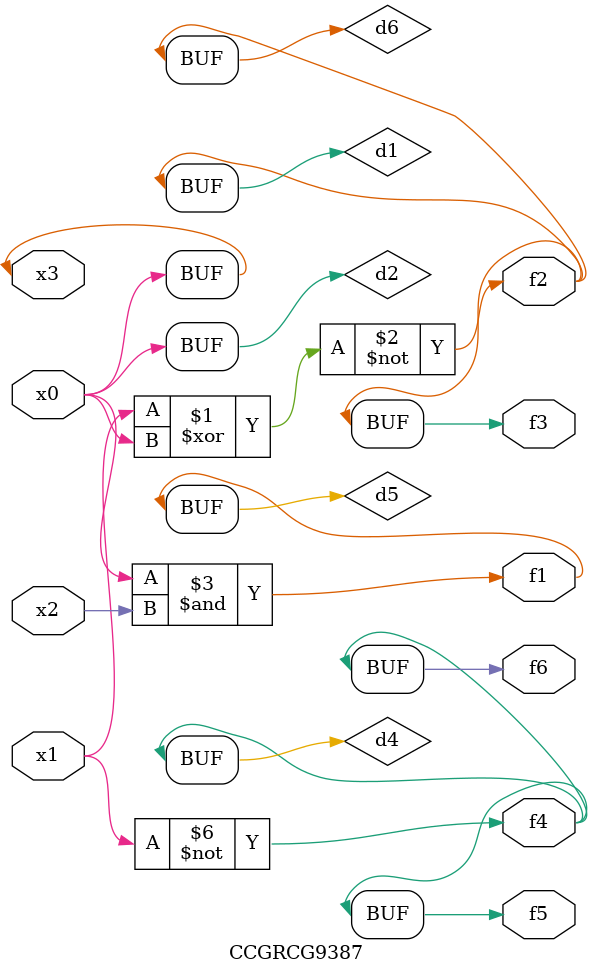
<source format=v>
module CCGRCG9387(
	input x0, x1, x2, x3,
	output f1, f2, f3, f4, f5, f6
);

	wire d1, d2, d3, d4, d5, d6;

	xnor (d1, x1, x3);
	buf (d2, x0, x3);
	nand (d3, x0, x2);
	not (d4, x1);
	nand (d5, d3);
	or (d6, d1);
	assign f1 = d5;
	assign f2 = d6;
	assign f3 = d6;
	assign f4 = d4;
	assign f5 = d4;
	assign f6 = d4;
endmodule

</source>
